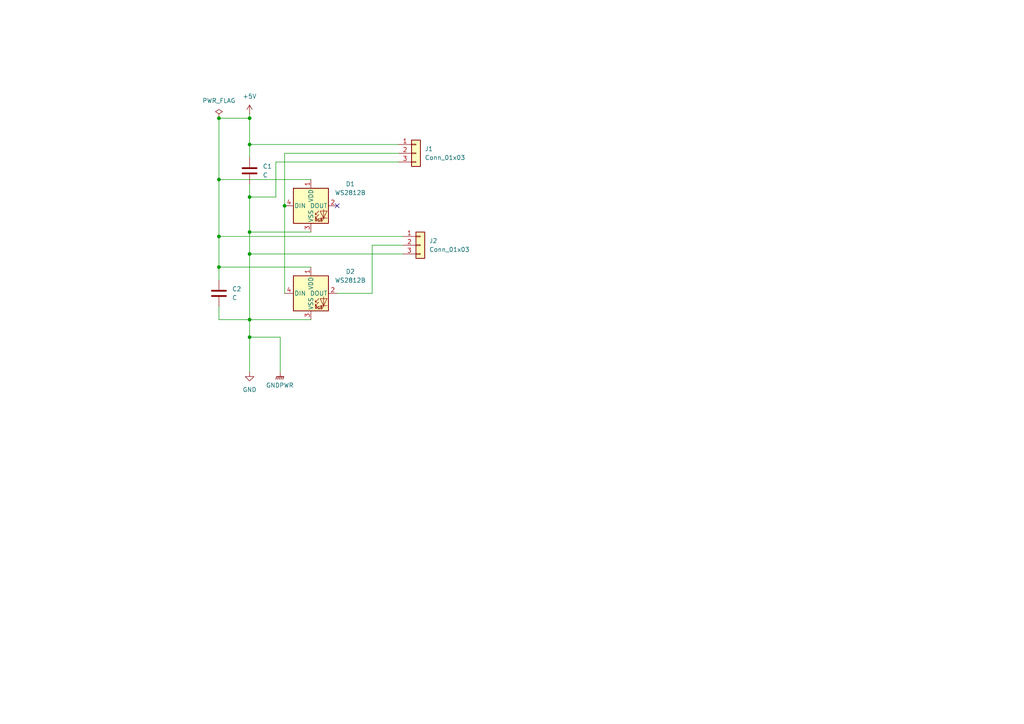
<source format=kicad_sch>
(kicad_sch
	(version 20231120)
	(generator "eeschema")
	(generator_version "8.0")
	(uuid "ac93412c-9c9b-426a-9396-1f4a7a2e4f4d")
	(paper "A4")
	(lib_symbols
		(symbol "Connector_Generic:Conn_01x03"
			(pin_names
				(offset 1.016) hide)
			(exclude_from_sim no)
			(in_bom yes)
			(on_board yes)
			(property "Reference" "J"
				(at 0 5.08 0)
				(effects
					(font
						(size 1.27 1.27)
					)
				)
			)
			(property "Value" "Conn_01x03"
				(at 0 -5.08 0)
				(effects
					(font
						(size 1.27 1.27)
					)
				)
			)
			(property "Footprint" ""
				(at 0 0 0)
				(effects
					(font
						(size 1.27 1.27)
					)
					(hide yes)
				)
			)
			(property "Datasheet" "~"
				(at 0 0 0)
				(effects
					(font
						(size 1.27 1.27)
					)
					(hide yes)
				)
			)
			(property "Description" "Generic connector, single row, 01x03, script generated (kicad-library-utils/schlib/autogen/connector/)"
				(at 0 0 0)
				(effects
					(font
						(size 1.27 1.27)
					)
					(hide yes)
				)
			)
			(property "ki_keywords" "connector"
				(at 0 0 0)
				(effects
					(font
						(size 1.27 1.27)
					)
					(hide yes)
				)
			)
			(property "ki_fp_filters" "Connector*:*_1x??_*"
				(at 0 0 0)
				(effects
					(font
						(size 1.27 1.27)
					)
					(hide yes)
				)
			)
			(symbol "Conn_01x03_1_1"
				(rectangle
					(start -1.27 -2.413)
					(end 0 -2.667)
					(stroke
						(width 0.1524)
						(type default)
					)
					(fill
						(type none)
					)
				)
				(rectangle
					(start -1.27 0.127)
					(end 0 -0.127)
					(stroke
						(width 0.1524)
						(type default)
					)
					(fill
						(type none)
					)
				)
				(rectangle
					(start -1.27 2.667)
					(end 0 2.413)
					(stroke
						(width 0.1524)
						(type default)
					)
					(fill
						(type none)
					)
				)
				(rectangle
					(start -1.27 3.81)
					(end 1.27 -3.81)
					(stroke
						(width 0.254)
						(type default)
					)
					(fill
						(type background)
					)
				)
				(pin passive line
					(at -5.08 2.54 0)
					(length 3.81)
					(name "Pin_1"
						(effects
							(font
								(size 1.27 1.27)
							)
						)
					)
					(number "1"
						(effects
							(font
								(size 1.27 1.27)
							)
						)
					)
				)
				(pin passive line
					(at -5.08 0 0)
					(length 3.81)
					(name "Pin_2"
						(effects
							(font
								(size 1.27 1.27)
							)
						)
					)
					(number "2"
						(effects
							(font
								(size 1.27 1.27)
							)
						)
					)
				)
				(pin passive line
					(at -5.08 -2.54 0)
					(length 3.81)
					(name "Pin_3"
						(effects
							(font
								(size 1.27 1.27)
							)
						)
					)
					(number "3"
						(effects
							(font
								(size 1.27 1.27)
							)
						)
					)
				)
			)
		)
		(symbol "Device:C"
			(pin_numbers hide)
			(pin_names
				(offset 0.254)
			)
			(exclude_from_sim no)
			(in_bom yes)
			(on_board yes)
			(property "Reference" "C"
				(at 0.635 2.54 0)
				(effects
					(font
						(size 1.27 1.27)
					)
					(justify left)
				)
			)
			(property "Value" "C"
				(at 0.635 -2.54 0)
				(effects
					(font
						(size 1.27 1.27)
					)
					(justify left)
				)
			)
			(property "Footprint" ""
				(at 0.9652 -3.81 0)
				(effects
					(font
						(size 1.27 1.27)
					)
					(hide yes)
				)
			)
			(property "Datasheet" "~"
				(at 0 0 0)
				(effects
					(font
						(size 1.27 1.27)
					)
					(hide yes)
				)
			)
			(property "Description" "Unpolarized capacitor"
				(at 0 0 0)
				(effects
					(font
						(size 1.27 1.27)
					)
					(hide yes)
				)
			)
			(property "ki_keywords" "cap capacitor"
				(at 0 0 0)
				(effects
					(font
						(size 1.27 1.27)
					)
					(hide yes)
				)
			)
			(property "ki_fp_filters" "C_*"
				(at 0 0 0)
				(effects
					(font
						(size 1.27 1.27)
					)
					(hide yes)
				)
			)
			(symbol "C_0_1"
				(polyline
					(pts
						(xy -2.032 -0.762) (xy 2.032 -0.762)
					)
					(stroke
						(width 0.508)
						(type default)
					)
					(fill
						(type none)
					)
				)
				(polyline
					(pts
						(xy -2.032 0.762) (xy 2.032 0.762)
					)
					(stroke
						(width 0.508)
						(type default)
					)
					(fill
						(type none)
					)
				)
			)
			(symbol "C_1_1"
				(pin passive line
					(at 0 3.81 270)
					(length 2.794)
					(name "~"
						(effects
							(font
								(size 1.27 1.27)
							)
						)
					)
					(number "1"
						(effects
							(font
								(size 1.27 1.27)
							)
						)
					)
				)
				(pin passive line
					(at 0 -3.81 90)
					(length 2.794)
					(name "~"
						(effects
							(font
								(size 1.27 1.27)
							)
						)
					)
					(number "2"
						(effects
							(font
								(size 1.27 1.27)
							)
						)
					)
				)
			)
		)
		(symbol "LED:WS2812B"
			(pin_names
				(offset 0.254)
			)
			(exclude_from_sim no)
			(in_bom yes)
			(on_board yes)
			(property "Reference" "D"
				(at 5.08 5.715 0)
				(effects
					(font
						(size 1.27 1.27)
					)
					(justify right bottom)
				)
			)
			(property "Value" "WS2812B"
				(at 1.27 -5.715 0)
				(effects
					(font
						(size 1.27 1.27)
					)
					(justify left top)
				)
			)
			(property "Footprint" "LED_SMD:LED_WS2812B_PLCC4_5.0x5.0mm_P3.2mm"
				(at 1.27 -7.62 0)
				(effects
					(font
						(size 1.27 1.27)
					)
					(justify left top)
					(hide yes)
				)
			)
			(property "Datasheet" "https://cdn-shop.adafruit.com/datasheets/WS2812B.pdf"
				(at 2.54 -9.525 0)
				(effects
					(font
						(size 1.27 1.27)
					)
					(justify left top)
					(hide yes)
				)
			)
			(property "Description" "RGB LED with integrated controller"
				(at 0 0 0)
				(effects
					(font
						(size 1.27 1.27)
					)
					(hide yes)
				)
			)
			(property "ki_keywords" "RGB LED NeoPixel addressable"
				(at 0 0 0)
				(effects
					(font
						(size 1.27 1.27)
					)
					(hide yes)
				)
			)
			(property "ki_fp_filters" "LED*WS2812*PLCC*5.0x5.0mm*P3.2mm*"
				(at 0 0 0)
				(effects
					(font
						(size 1.27 1.27)
					)
					(hide yes)
				)
			)
			(symbol "WS2812B_0_0"
				(text "RGB"
					(at 2.286 -4.191 0)
					(effects
						(font
							(size 0.762 0.762)
						)
					)
				)
			)
			(symbol "WS2812B_0_1"
				(polyline
					(pts
						(xy 1.27 -3.556) (xy 1.778 -3.556)
					)
					(stroke
						(width 0)
						(type default)
					)
					(fill
						(type none)
					)
				)
				(polyline
					(pts
						(xy 1.27 -2.54) (xy 1.778 -2.54)
					)
					(stroke
						(width 0)
						(type default)
					)
					(fill
						(type none)
					)
				)
				(polyline
					(pts
						(xy 4.699 -3.556) (xy 2.667 -3.556)
					)
					(stroke
						(width 0)
						(type default)
					)
					(fill
						(type none)
					)
				)
				(polyline
					(pts
						(xy 2.286 -2.54) (xy 1.27 -3.556) (xy 1.27 -3.048)
					)
					(stroke
						(width 0)
						(type default)
					)
					(fill
						(type none)
					)
				)
				(polyline
					(pts
						(xy 2.286 -1.524) (xy 1.27 -2.54) (xy 1.27 -2.032)
					)
					(stroke
						(width 0)
						(type default)
					)
					(fill
						(type none)
					)
				)
				(polyline
					(pts
						(xy 3.683 -1.016) (xy 3.683 -3.556) (xy 3.683 -4.064)
					)
					(stroke
						(width 0)
						(type default)
					)
					(fill
						(type none)
					)
				)
				(polyline
					(pts
						(xy 4.699 -1.524) (xy 2.667 -1.524) (xy 3.683 -3.556) (xy 4.699 -1.524)
					)
					(stroke
						(width 0)
						(type default)
					)
					(fill
						(type none)
					)
				)
				(rectangle
					(start 5.08 5.08)
					(end -5.08 -5.08)
					(stroke
						(width 0.254)
						(type default)
					)
					(fill
						(type background)
					)
				)
			)
			(symbol "WS2812B_1_1"
				(pin power_in line
					(at 0 7.62 270)
					(length 2.54)
					(name "VDD"
						(effects
							(font
								(size 1.27 1.27)
							)
						)
					)
					(number "1"
						(effects
							(font
								(size 1.27 1.27)
							)
						)
					)
				)
				(pin output line
					(at 7.62 0 180)
					(length 2.54)
					(name "DOUT"
						(effects
							(font
								(size 1.27 1.27)
							)
						)
					)
					(number "2"
						(effects
							(font
								(size 1.27 1.27)
							)
						)
					)
				)
				(pin power_in line
					(at 0 -7.62 90)
					(length 2.54)
					(name "VSS"
						(effects
							(font
								(size 1.27 1.27)
							)
						)
					)
					(number "3"
						(effects
							(font
								(size 1.27 1.27)
							)
						)
					)
				)
				(pin input line
					(at -7.62 0 0)
					(length 2.54)
					(name "DIN"
						(effects
							(font
								(size 1.27 1.27)
							)
						)
					)
					(number "4"
						(effects
							(font
								(size 1.27 1.27)
							)
						)
					)
				)
			)
		)
		(symbol "power:+5V"
			(power)
			(pin_numbers hide)
			(pin_names
				(offset 0) hide)
			(exclude_from_sim no)
			(in_bom yes)
			(on_board yes)
			(property "Reference" "#PWR"
				(at 0 -3.81 0)
				(effects
					(font
						(size 1.27 1.27)
					)
					(hide yes)
				)
			)
			(property "Value" "+5V"
				(at 0 3.556 0)
				(effects
					(font
						(size 1.27 1.27)
					)
				)
			)
			(property "Footprint" ""
				(at 0 0 0)
				(effects
					(font
						(size 1.27 1.27)
					)
					(hide yes)
				)
			)
			(property "Datasheet" ""
				(at 0 0 0)
				(effects
					(font
						(size 1.27 1.27)
					)
					(hide yes)
				)
			)
			(property "Description" "Power symbol creates a global label with name \"+5V\""
				(at 0 0 0)
				(effects
					(font
						(size 1.27 1.27)
					)
					(hide yes)
				)
			)
			(property "ki_keywords" "global power"
				(at 0 0 0)
				(effects
					(font
						(size 1.27 1.27)
					)
					(hide yes)
				)
			)
			(symbol "+5V_0_1"
				(polyline
					(pts
						(xy -0.762 1.27) (xy 0 2.54)
					)
					(stroke
						(width 0)
						(type default)
					)
					(fill
						(type none)
					)
				)
				(polyline
					(pts
						(xy 0 0) (xy 0 2.54)
					)
					(stroke
						(width 0)
						(type default)
					)
					(fill
						(type none)
					)
				)
				(polyline
					(pts
						(xy 0 2.54) (xy 0.762 1.27)
					)
					(stroke
						(width 0)
						(type default)
					)
					(fill
						(type none)
					)
				)
			)
			(symbol "+5V_1_1"
				(pin power_in line
					(at 0 0 90)
					(length 0)
					(name "~"
						(effects
							(font
								(size 1.27 1.27)
							)
						)
					)
					(number "1"
						(effects
							(font
								(size 1.27 1.27)
							)
						)
					)
				)
			)
		)
		(symbol "power:GND"
			(power)
			(pin_numbers hide)
			(pin_names
				(offset 0) hide)
			(exclude_from_sim no)
			(in_bom yes)
			(on_board yes)
			(property "Reference" "#PWR"
				(at 0 -6.35 0)
				(effects
					(font
						(size 1.27 1.27)
					)
					(hide yes)
				)
			)
			(property "Value" "GND"
				(at 0 -3.81 0)
				(effects
					(font
						(size 1.27 1.27)
					)
				)
			)
			(property "Footprint" ""
				(at 0 0 0)
				(effects
					(font
						(size 1.27 1.27)
					)
					(hide yes)
				)
			)
			(property "Datasheet" ""
				(at 0 0 0)
				(effects
					(font
						(size 1.27 1.27)
					)
					(hide yes)
				)
			)
			(property "Description" "Power symbol creates a global label with name \"GND\" , ground"
				(at 0 0 0)
				(effects
					(font
						(size 1.27 1.27)
					)
					(hide yes)
				)
			)
			(property "ki_keywords" "global power"
				(at 0 0 0)
				(effects
					(font
						(size 1.27 1.27)
					)
					(hide yes)
				)
			)
			(symbol "GND_0_1"
				(polyline
					(pts
						(xy 0 0) (xy 0 -1.27) (xy 1.27 -1.27) (xy 0 -2.54) (xy -1.27 -1.27) (xy 0 -1.27)
					)
					(stroke
						(width 0)
						(type default)
					)
					(fill
						(type none)
					)
				)
			)
			(symbol "GND_1_1"
				(pin power_in line
					(at 0 0 270)
					(length 0)
					(name "~"
						(effects
							(font
								(size 1.27 1.27)
							)
						)
					)
					(number "1"
						(effects
							(font
								(size 1.27 1.27)
							)
						)
					)
				)
			)
		)
		(symbol "power:GNDPWR"
			(power)
			(pin_numbers hide)
			(pin_names
				(offset 0) hide)
			(exclude_from_sim no)
			(in_bom yes)
			(on_board yes)
			(property "Reference" "#PWR"
				(at 0 -5.08 0)
				(effects
					(font
						(size 1.27 1.27)
					)
					(hide yes)
				)
			)
			(property "Value" "GNDPWR"
				(at 0 -3.302 0)
				(effects
					(font
						(size 1.27 1.27)
					)
				)
			)
			(property "Footprint" ""
				(at 0 -1.27 0)
				(effects
					(font
						(size 1.27 1.27)
					)
					(hide yes)
				)
			)
			(property "Datasheet" ""
				(at 0 -1.27 0)
				(effects
					(font
						(size 1.27 1.27)
					)
					(hide yes)
				)
			)
			(property "Description" "Power symbol creates a global label with name \"GNDPWR\" , global ground"
				(at 0 0 0)
				(effects
					(font
						(size 1.27 1.27)
					)
					(hide yes)
				)
			)
			(property "ki_keywords" "global ground"
				(at 0 0 0)
				(effects
					(font
						(size 1.27 1.27)
					)
					(hide yes)
				)
			)
			(symbol "GNDPWR_0_1"
				(polyline
					(pts
						(xy 0 -1.27) (xy 0 0)
					)
					(stroke
						(width 0)
						(type default)
					)
					(fill
						(type none)
					)
				)
				(polyline
					(pts
						(xy -1.016 -1.27) (xy -1.27 -2.032) (xy -1.27 -2.032)
					)
					(stroke
						(width 0.2032)
						(type default)
					)
					(fill
						(type none)
					)
				)
				(polyline
					(pts
						(xy -0.508 -1.27) (xy -0.762 -2.032) (xy -0.762 -2.032)
					)
					(stroke
						(width 0.2032)
						(type default)
					)
					(fill
						(type none)
					)
				)
				(polyline
					(pts
						(xy 0 -1.27) (xy -0.254 -2.032) (xy -0.254 -2.032)
					)
					(stroke
						(width 0.2032)
						(type default)
					)
					(fill
						(type none)
					)
				)
				(polyline
					(pts
						(xy 0.508 -1.27) (xy 0.254 -2.032) (xy 0.254 -2.032)
					)
					(stroke
						(width 0.2032)
						(type default)
					)
					(fill
						(type none)
					)
				)
				(polyline
					(pts
						(xy 1.016 -1.27) (xy -1.016 -1.27) (xy -1.016 -1.27)
					)
					(stroke
						(width 0.2032)
						(type default)
					)
					(fill
						(type none)
					)
				)
				(polyline
					(pts
						(xy 1.016 -1.27) (xy 0.762 -2.032) (xy 0.762 -2.032) (xy 0.762 -2.032)
					)
					(stroke
						(width 0.2032)
						(type default)
					)
					(fill
						(type none)
					)
				)
			)
			(symbol "GNDPWR_1_1"
				(pin power_in line
					(at 0 0 270)
					(length 0)
					(name "~"
						(effects
							(font
								(size 1.27 1.27)
							)
						)
					)
					(number "1"
						(effects
							(font
								(size 1.27 1.27)
							)
						)
					)
				)
			)
		)
		(symbol "power:PWR_FLAG"
			(power)
			(pin_numbers hide)
			(pin_names
				(offset 0) hide)
			(exclude_from_sim no)
			(in_bom yes)
			(on_board yes)
			(property "Reference" "#FLG"
				(at 0 1.905 0)
				(effects
					(font
						(size 1.27 1.27)
					)
					(hide yes)
				)
			)
			(property "Value" "PWR_FLAG"
				(at 0 3.81 0)
				(effects
					(font
						(size 1.27 1.27)
					)
				)
			)
			(property "Footprint" ""
				(at 0 0 0)
				(effects
					(font
						(size 1.27 1.27)
					)
					(hide yes)
				)
			)
			(property "Datasheet" "~"
				(at 0 0 0)
				(effects
					(font
						(size 1.27 1.27)
					)
					(hide yes)
				)
			)
			(property "Description" "Special symbol for telling ERC where power comes from"
				(at 0 0 0)
				(effects
					(font
						(size 1.27 1.27)
					)
					(hide yes)
				)
			)
			(property "ki_keywords" "flag power"
				(at 0 0 0)
				(effects
					(font
						(size 1.27 1.27)
					)
					(hide yes)
				)
			)
			(symbol "PWR_FLAG_0_0"
				(pin power_out line
					(at 0 0 90)
					(length 0)
					(name "~"
						(effects
							(font
								(size 1.27 1.27)
							)
						)
					)
					(number "1"
						(effects
							(font
								(size 1.27 1.27)
							)
						)
					)
				)
			)
			(symbol "PWR_FLAG_0_1"
				(polyline
					(pts
						(xy 0 0) (xy 0 1.27) (xy -1.016 1.905) (xy 0 2.54) (xy 1.016 1.905) (xy 0 1.27)
					)
					(stroke
						(width 0)
						(type default)
					)
					(fill
						(type none)
					)
				)
			)
		)
	)
	(junction
		(at 72.39 73.66)
		(diameter 0)
		(color 0 0 0 0)
		(uuid "064cde40-d4b4-41bb-b4e7-39f185c69f6a")
	)
	(junction
		(at 72.39 92.71)
		(diameter 0)
		(color 0 0 0 0)
		(uuid "18133c7d-c2a5-4f6b-b981-a42b5dcdf15c")
	)
	(junction
		(at 72.39 97.79)
		(diameter 0)
		(color 0 0 0 0)
		(uuid "38bfd8f4-d375-4bf9-ac4d-c67beb3838f0")
	)
	(junction
		(at 72.39 41.91)
		(diameter 0)
		(color 0 0 0 0)
		(uuid "44f3e894-1fdd-4ce8-9977-d75aa1728e71")
	)
	(junction
		(at 63.5 52.07)
		(diameter 0)
		(color 0 0 0 0)
		(uuid "45197540-c136-46f1-bc09-de25573550a7")
	)
	(junction
		(at 72.39 34.29)
		(diameter 0)
		(color 0 0 0 0)
		(uuid "6a21cc31-1035-4b96-865b-acefb01e98b3")
	)
	(junction
		(at 63.5 34.29)
		(diameter 0)
		(color 0 0 0 0)
		(uuid "770bf561-b997-4f23-a880-f8eb20824b8f")
	)
	(junction
		(at 72.39 67.31)
		(diameter 0)
		(color 0 0 0 0)
		(uuid "a0357b10-f313-483a-803b-50735f47a07b")
	)
	(junction
		(at 82.55 59.69)
		(diameter 0)
		(color 0 0 0 0)
		(uuid "a48542a9-b7bc-4a26-afd9-ab9257e15ccc")
	)
	(junction
		(at 63.5 77.47)
		(diameter 0)
		(color 0 0 0 0)
		(uuid "b4fa0303-f969-4d31-8156-ce1bed8d07a4")
	)
	(junction
		(at 72.39 57.15)
		(diameter 0)
		(color 0 0 0 0)
		(uuid "be2b1a96-bcee-4835-bbcf-886057da08b1")
	)
	(junction
		(at 63.5 68.58)
		(diameter 0)
		(color 0 0 0 0)
		(uuid "eebefd1f-c476-486c-b88a-ec38290c8751")
	)
	(no_connect
		(at 97.79 59.69)
		(uuid "55d1f2f6-156e-4fef-815d-24af7992b4ca")
	)
	(wire
		(pts
			(xy 81.28 107.95) (xy 81.28 97.79)
		)
		(stroke
			(width 0)
			(type default)
		)
		(uuid "05649a7b-d2e5-40db-a23c-40ada24fdc18")
	)
	(wire
		(pts
			(xy 63.5 68.58) (xy 63.5 77.47)
		)
		(stroke
			(width 0)
			(type default)
		)
		(uuid "08676708-fca6-4ee3-95ee-ecf445ea3afd")
	)
	(wire
		(pts
			(xy 63.5 34.29) (xy 63.5 52.07)
		)
		(stroke
			(width 0)
			(type default)
		)
		(uuid "0f8f364f-6683-407b-9e43-b87658808d5c")
	)
	(wire
		(pts
			(xy 80.01 46.99) (xy 80.01 57.15)
		)
		(stroke
			(width 0)
			(type default)
		)
		(uuid "1080c8de-b016-4157-ad8a-fa2acc1243a5")
	)
	(wire
		(pts
			(xy 82.55 44.45) (xy 82.55 59.69)
		)
		(stroke
			(width 0)
			(type default)
		)
		(uuid "219bbad3-b7f7-4e88-a41d-daa5526bf6b4")
	)
	(wire
		(pts
			(xy 63.5 52.07) (xy 63.5 68.58)
		)
		(stroke
			(width 0)
			(type default)
		)
		(uuid "2852efe0-157b-4dc3-8963-589a90d7fdc0")
	)
	(wire
		(pts
			(xy 107.95 71.12) (xy 116.84 71.12)
		)
		(stroke
			(width 0)
			(type default)
		)
		(uuid "2adb6c1b-5593-43b9-a215-0b1129bfcc03")
	)
	(wire
		(pts
			(xy 72.39 73.66) (xy 116.84 73.66)
		)
		(stroke
			(width 0)
			(type default)
		)
		(uuid "373de28b-2c2a-472d-9c16-eaac69658e04")
	)
	(wire
		(pts
			(xy 72.39 41.91) (xy 72.39 45.72)
		)
		(stroke
			(width 0)
			(type default)
		)
		(uuid "566ea87f-dbcc-4e31-ab43-87710d6eef41")
	)
	(wire
		(pts
			(xy 72.39 97.79) (xy 72.39 107.95)
		)
		(stroke
			(width 0)
			(type default)
		)
		(uuid "578ceb59-c0b1-4f63-bb9b-5765f41367e3")
	)
	(wire
		(pts
			(xy 72.39 67.31) (xy 90.17 67.31)
		)
		(stroke
			(width 0)
			(type default)
		)
		(uuid "58260924-5abd-4427-ab6a-5dd3c514aca2")
	)
	(wire
		(pts
			(xy 63.5 77.47) (xy 90.17 77.47)
		)
		(stroke
			(width 0)
			(type default)
		)
		(uuid "59683693-c3d6-4dee-9612-0efd3de9c3bd")
	)
	(wire
		(pts
			(xy 72.39 73.66) (xy 72.39 92.71)
		)
		(stroke
			(width 0)
			(type default)
		)
		(uuid "6b5fd605-d40d-4e91-b182-bbc72c91d700")
	)
	(wire
		(pts
			(xy 72.39 57.15) (xy 72.39 67.31)
		)
		(stroke
			(width 0)
			(type default)
		)
		(uuid "7182f74b-ee43-40ef-a09c-693e07b1a7c2")
	)
	(wire
		(pts
			(xy 72.39 41.91) (xy 115.57 41.91)
		)
		(stroke
			(width 0)
			(type default)
		)
		(uuid "728d0fb2-fd9d-422b-b6b2-b83fe16b07d8")
	)
	(wire
		(pts
			(xy 72.39 33.02) (xy 72.39 34.29)
		)
		(stroke
			(width 0)
			(type default)
		)
		(uuid "72924bb9-6d8f-4bb0-a0e7-4caba5c1f09a")
	)
	(wire
		(pts
			(xy 115.57 44.45) (xy 82.55 44.45)
		)
		(stroke
			(width 0)
			(type default)
		)
		(uuid "73caff02-2447-44c9-abba-86ae36d47ac8")
	)
	(wire
		(pts
			(xy 63.5 34.29) (xy 72.39 34.29)
		)
		(stroke
			(width 0)
			(type default)
		)
		(uuid "7c43e199-9f5f-47ad-bc3c-01fefea3ffa7")
	)
	(wire
		(pts
			(xy 63.5 88.9) (xy 63.5 92.71)
		)
		(stroke
			(width 0)
			(type default)
		)
		(uuid "82dc36ff-797d-4992-a577-cb18f2acddce")
	)
	(wire
		(pts
			(xy 72.39 92.71) (xy 72.39 97.79)
		)
		(stroke
			(width 0)
			(type default)
		)
		(uuid "89e7ef9d-b0a4-4962-bfa8-9ba843182cb8")
	)
	(wire
		(pts
			(xy 80.01 57.15) (xy 72.39 57.15)
		)
		(stroke
			(width 0)
			(type default)
		)
		(uuid "9e15c830-107f-4806-a1c7-f84658120c32")
	)
	(wire
		(pts
			(xy 115.57 46.99) (xy 80.01 46.99)
		)
		(stroke
			(width 0)
			(type default)
		)
		(uuid "a2ea3850-c7d4-40ae-86e2-b5d43fc4780c")
	)
	(wire
		(pts
			(xy 81.28 97.79) (xy 72.39 97.79)
		)
		(stroke
			(width 0)
			(type default)
		)
		(uuid "abcd8d94-7cad-42ed-ae91-4e7654878bf4")
	)
	(wire
		(pts
			(xy 72.39 34.29) (xy 72.39 41.91)
		)
		(stroke
			(width 0)
			(type default)
		)
		(uuid "adef9908-c1c4-4d8b-be85-cdb7ee2e7469")
	)
	(wire
		(pts
			(xy 82.55 59.69) (xy 82.55 85.09)
		)
		(stroke
			(width 0)
			(type default)
		)
		(uuid "aeaaa822-08e2-49ff-bac7-516fcdaab5ad")
	)
	(wire
		(pts
			(xy 72.39 92.71) (xy 90.17 92.71)
		)
		(stroke
			(width 0)
			(type default)
		)
		(uuid "c5996ffa-968e-4840-9027-b5aa23bb5403")
	)
	(wire
		(pts
			(xy 63.5 77.47) (xy 63.5 81.28)
		)
		(stroke
			(width 0)
			(type default)
		)
		(uuid "cd42ed2d-d51c-47ad-a744-d0c82daa34a0")
	)
	(wire
		(pts
			(xy 107.95 85.09) (xy 107.95 71.12)
		)
		(stroke
			(width 0)
			(type default)
		)
		(uuid "ce525fca-38be-435e-86f2-cc5573dc0b8f")
	)
	(wire
		(pts
			(xy 72.39 53.34) (xy 72.39 57.15)
		)
		(stroke
			(width 0)
			(type default)
		)
		(uuid "d545f81b-3178-4a60-9988-c0efd8fc8307")
	)
	(wire
		(pts
			(xy 63.5 92.71) (xy 72.39 92.71)
		)
		(stroke
			(width 0)
			(type default)
		)
		(uuid "f07087dc-6114-411c-a082-fde5c400a0d4")
	)
	(wire
		(pts
			(xy 63.5 52.07) (xy 90.17 52.07)
		)
		(stroke
			(width 0)
			(type default)
		)
		(uuid "f45240ee-f2f9-442b-8797-145aaff074ea")
	)
	(wire
		(pts
			(xy 72.39 67.31) (xy 72.39 73.66)
		)
		(stroke
			(width 0)
			(type default)
		)
		(uuid "fa27f2d0-9219-413f-9acb-bbd0e490145b")
	)
	(wire
		(pts
			(xy 97.79 85.09) (xy 107.95 85.09)
		)
		(stroke
			(width 0)
			(type default)
		)
		(uuid "fcc5d683-9a3f-4cd5-ba85-8e62218cfa1a")
	)
	(wire
		(pts
			(xy 63.5 68.58) (xy 116.84 68.58)
		)
		(stroke
			(width 0)
			(type default)
		)
		(uuid "fea535a1-15b1-4ae2-8d74-a6cce873acf1")
	)
	(symbol
		(lib_id "power:GND")
		(at 72.39 107.95 0)
		(unit 1)
		(exclude_from_sim no)
		(in_bom yes)
		(on_board yes)
		(dnp no)
		(fields_autoplaced yes)
		(uuid "53fd15fc-5652-451e-af8e-ccdf810e889f")
		(property "Reference" "#PWR02"
			(at 72.39 114.3 0)
			(effects
				(font
					(size 1.27 1.27)
				)
				(hide yes)
			)
		)
		(property "Value" "GND"
			(at 72.39 113.03 0)
			(effects
				(font
					(size 1.27 1.27)
				)
			)
		)
		(property "Footprint" ""
			(at 72.39 107.95 0)
			(effects
				(font
					(size 1.27 1.27)
				)
				(hide yes)
			)
		)
		(property "Datasheet" ""
			(at 72.39 107.95 0)
			(effects
				(font
					(size 1.27 1.27)
				)
				(hide yes)
			)
		)
		(property "Description" "Power symbol creates a global label with name \"GND\" , ground"
			(at 72.39 107.95 0)
			(effects
				(font
					(size 1.27 1.27)
				)
				(hide yes)
			)
		)
		(pin "1"
			(uuid "50e900ca-1a09-4419-a18c-578c118b7c3c")
		)
		(instances
			(project ""
				(path "/ac93412c-9c9b-426a-9396-1f4a7a2e4f4d"
					(reference "#PWR02")
					(unit 1)
				)
			)
		)
	)
	(symbol
		(lib_id "LED:WS2812B")
		(at 90.17 85.09 0)
		(unit 1)
		(exclude_from_sim no)
		(in_bom yes)
		(on_board yes)
		(dnp no)
		(fields_autoplaced yes)
		(uuid "5feed417-31c8-4dda-8fa8-a2890b0dbeec")
		(property "Reference" "D2"
			(at 101.6 78.7714 0)
			(effects
				(font
					(size 1.27 1.27)
				)
			)
		)
		(property "Value" "WS2812B"
			(at 101.6 81.3114 0)
			(effects
				(font
					(size 1.27 1.27)
				)
			)
		)
		(property "Footprint" "LED_SMD:LED_WS2812B_PLCC4_5.0x5.0mm_P3.2mm"
			(at 91.44 92.71 0)
			(effects
				(font
					(size 1.27 1.27)
				)
				(justify left top)
				(hide yes)
			)
		)
		(property "Datasheet" "https://cdn-shop.adafruit.com/datasheets/WS2812B.pdf"
			(at 92.71 94.615 0)
			(effects
				(font
					(size 1.27 1.27)
				)
				(justify left top)
				(hide yes)
			)
		)
		(property "Description" "RGB LED with integrated controller"
			(at 90.17 85.09 0)
			(effects
				(font
					(size 1.27 1.27)
				)
				(hide yes)
			)
		)
		(pin "4"
			(uuid "01922c1e-4681-4970-92cd-dc32468f009d")
		)
		(pin "3"
			(uuid "929ab971-d201-47b5-b0f0-54c8bc906013")
		)
		(pin "1"
			(uuid "6ab5f890-f2f5-4a5b-989c-d25d1606b476")
		)
		(pin "2"
			(uuid "c880ba2b-cb2f-4552-b6d0-74a95cc8e54d")
		)
		(instances
			(project "Rabbit_mai_lcd"
				(path "/ac93412c-9c9b-426a-9396-1f4a7a2e4f4d"
					(reference "D2")
					(unit 1)
				)
			)
		)
	)
	(symbol
		(lib_id "power:GNDPWR")
		(at 81.28 107.95 0)
		(unit 1)
		(exclude_from_sim no)
		(in_bom yes)
		(on_board yes)
		(dnp no)
		(fields_autoplaced yes)
		(uuid "60d3e13e-810e-45ec-bdb6-bda93b11630f")
		(property "Reference" "#PWR03"
			(at 81.28 113.03 0)
			(effects
				(font
					(size 1.27 1.27)
				)
				(hide yes)
			)
		)
		(property "Value" "GNDPWR"
			(at 81.153 111.76 0)
			(effects
				(font
					(size 1.27 1.27)
				)
			)
		)
		(property "Footprint" ""
			(at 81.28 109.22 0)
			(effects
				(font
					(size 1.27 1.27)
				)
				(hide yes)
			)
		)
		(property "Datasheet" ""
			(at 81.28 109.22 0)
			(effects
				(font
					(size 1.27 1.27)
				)
				(hide yes)
			)
		)
		(property "Description" "Power symbol creates a global label with name \"GNDPWR\" , global ground"
			(at 81.28 107.95 0)
			(effects
				(font
					(size 1.27 1.27)
				)
				(hide yes)
			)
		)
		(pin "1"
			(uuid "1940a4f3-4d65-4a91-9a98-cd1bda09debc")
		)
		(instances
			(project ""
				(path "/ac93412c-9c9b-426a-9396-1f4a7a2e4f4d"
					(reference "#PWR03")
					(unit 1)
				)
			)
		)
	)
	(symbol
		(lib_id "Device:C")
		(at 72.39 49.53 0)
		(unit 1)
		(exclude_from_sim no)
		(in_bom yes)
		(on_board yes)
		(dnp no)
		(fields_autoplaced yes)
		(uuid "698817e8-6ca0-4f8d-9e7c-71ef065cfa39")
		(property "Reference" "C1"
			(at 76.2 48.2599 0)
			(effects
				(font
					(size 1.27 1.27)
				)
				(justify left)
			)
		)
		(property "Value" "C"
			(at 76.2 50.7999 0)
			(effects
				(font
					(size 1.27 1.27)
				)
				(justify left)
			)
		)
		(property "Footprint" "Capacitor_SMD:C_0603_1608Metric_Pad1.08x0.95mm_HandSolder"
			(at 73.3552 53.34 0)
			(effects
				(font
					(size 1.27 1.27)
				)
				(hide yes)
			)
		)
		(property "Datasheet" "~"
			(at 72.39 49.53 0)
			(effects
				(font
					(size 1.27 1.27)
				)
				(hide yes)
			)
		)
		(property "Description" "Unpolarized capacitor"
			(at 72.39 49.53 0)
			(effects
				(font
					(size 1.27 1.27)
				)
				(hide yes)
			)
		)
		(pin "1"
			(uuid "e626d934-27ec-4288-b894-9d585f46eddc")
		)
		(pin "2"
			(uuid "2b7c152a-ecf9-41ce-95cb-e065d1c3ab63")
		)
		(instances
			(project ""
				(path "/ac93412c-9c9b-426a-9396-1f4a7a2e4f4d"
					(reference "C1")
					(unit 1)
				)
			)
		)
	)
	(symbol
		(lib_id "LED:WS2812B")
		(at 90.17 59.69 0)
		(unit 1)
		(exclude_from_sim no)
		(in_bom yes)
		(on_board yes)
		(dnp no)
		(fields_autoplaced yes)
		(uuid "6be0f0c6-9d58-4377-bed2-e05b407b1279")
		(property "Reference" "D1"
			(at 101.6 53.3714 0)
			(effects
				(font
					(size 1.27 1.27)
				)
			)
		)
		(property "Value" "WS2812B"
			(at 101.6 55.9114 0)
			(effects
				(font
					(size 1.27 1.27)
				)
			)
		)
		(property "Footprint" "LED_SMD:LED_WS2812B_PLCC4_5.0x5.0mm_P3.2mm"
			(at 91.44 67.31 0)
			(effects
				(font
					(size 1.27 1.27)
				)
				(justify left top)
				(hide yes)
			)
		)
		(property "Datasheet" "https://cdn-shop.adafruit.com/datasheets/WS2812B.pdf"
			(at 92.71 69.215 0)
			(effects
				(font
					(size 1.27 1.27)
				)
				(justify left top)
				(hide yes)
			)
		)
		(property "Description" "RGB LED with integrated controller"
			(at 90.17 59.69 0)
			(effects
				(font
					(size 1.27 1.27)
				)
				(hide yes)
			)
		)
		(pin "4"
			(uuid "e1a907e8-807f-4d53-a663-7e94b0aeadc2")
		)
		(pin "3"
			(uuid "59b61da7-2521-4242-9559-55c031881afb")
		)
		(pin "1"
			(uuid "753d96e3-ca49-42bd-b4f4-0c4ec8038798")
		)
		(pin "2"
			(uuid "55e4e427-f0c4-4caa-bea0-f241a19ffd9f")
		)
		(instances
			(project ""
				(path "/ac93412c-9c9b-426a-9396-1f4a7a2e4f4d"
					(reference "D1")
					(unit 1)
				)
			)
		)
	)
	(symbol
		(lib_id "Connector_Generic:Conn_01x03")
		(at 120.65 44.45 0)
		(unit 1)
		(exclude_from_sim no)
		(in_bom yes)
		(on_board yes)
		(dnp no)
		(fields_autoplaced yes)
		(uuid "7efe086b-2220-4efb-b51e-251152a99d49")
		(property "Reference" "J1"
			(at 123.19 43.1799 0)
			(effects
				(font
					(size 1.27 1.27)
				)
				(justify left)
			)
		)
		(property "Value" "Conn_01x03"
			(at 123.19 45.7199 0)
			(effects
				(font
					(size 1.27 1.27)
				)
				(justify left)
			)
		)
		(property "Footprint" "Connector_JST:JST_XH_S3B-XH-A_1x03_P2.50mm_Horizontal"
			(at 120.65 44.45 0)
			(effects
				(font
					(size 1.27 1.27)
				)
				(hide yes)
			)
		)
		(property "Datasheet" "~"
			(at 120.65 44.45 0)
			(effects
				(font
					(size 1.27 1.27)
				)
				(hide yes)
			)
		)
		(property "Description" "Generic connector, single row, 01x03, script generated (kicad-library-utils/schlib/autogen/connector/)"
			(at 120.65 44.45 0)
			(effects
				(font
					(size 1.27 1.27)
				)
				(hide yes)
			)
		)
		(pin "2"
			(uuid "78eae293-3167-4617-ae89-3d523dfc3aa9")
		)
		(pin "3"
			(uuid "7be15367-4255-4340-97c1-327c8705d298")
		)
		(pin "1"
			(uuid "e0908b21-f0f9-44db-a9fe-3944e5d5abdf")
		)
		(instances
			(project ""
				(path "/ac93412c-9c9b-426a-9396-1f4a7a2e4f4d"
					(reference "J1")
					(unit 1)
				)
			)
		)
	)
	(symbol
		(lib_id "power:+5V")
		(at 72.39 33.02 0)
		(unit 1)
		(exclude_from_sim no)
		(in_bom yes)
		(on_board yes)
		(dnp no)
		(uuid "8ddc0a23-8772-40ec-85ba-38965b3cbc4b")
		(property "Reference" "#PWR01"
			(at 72.39 36.83 0)
			(effects
				(font
					(size 1.27 1.27)
				)
				(hide yes)
			)
		)
		(property "Value" "+5V"
			(at 72.39 27.94 0)
			(effects
				(font
					(size 1.27 1.27)
				)
			)
		)
		(property "Footprint" ""
			(at 72.39 33.02 0)
			(effects
				(font
					(size 1.27 1.27)
				)
				(hide yes)
			)
		)
		(property "Datasheet" ""
			(at 72.39 33.02 0)
			(effects
				(font
					(size 1.27 1.27)
				)
				(hide yes)
			)
		)
		(property "Description" "Power symbol creates a global label with name \"+5V\""
			(at 72.39 33.02 0)
			(effects
				(font
					(size 1.27 1.27)
				)
				(hide yes)
			)
		)
		(pin "1"
			(uuid "fd50c731-2849-4c66-98d1-8bd3c3e3bc63")
		)
		(instances
			(project ""
				(path "/ac93412c-9c9b-426a-9396-1f4a7a2e4f4d"
					(reference "#PWR01")
					(unit 1)
				)
			)
		)
	)
	(symbol
		(lib_id "power:PWR_FLAG")
		(at 63.5 34.29 0)
		(unit 1)
		(exclude_from_sim no)
		(in_bom yes)
		(on_board yes)
		(dnp no)
		(fields_autoplaced yes)
		(uuid "b2e9823c-32f1-45e0-a595-9b00674a6206")
		(property "Reference" "#FLG01"
			(at 63.5 32.385 0)
			(effects
				(font
					(size 1.27 1.27)
				)
				(hide yes)
			)
		)
		(property "Value" "PWR_FLAG"
			(at 63.5 29.21 0)
			(effects
				(font
					(size 1.27 1.27)
				)
			)
		)
		(property "Footprint" ""
			(at 63.5 34.29 0)
			(effects
				(font
					(size 1.27 1.27)
				)
				(hide yes)
			)
		)
		(property "Datasheet" "~"
			(at 63.5 34.29 0)
			(effects
				(font
					(size 1.27 1.27)
				)
				(hide yes)
			)
		)
		(property "Description" "Special symbol for telling ERC where power comes from"
			(at 63.5 34.29 0)
			(effects
				(font
					(size 1.27 1.27)
				)
				(hide yes)
			)
		)
		(pin "1"
			(uuid "77e43d0a-df5e-49d1-99c8-d8c8786ae6c9")
		)
		(instances
			(project ""
				(path "/ac93412c-9c9b-426a-9396-1f4a7a2e4f4d"
					(reference "#FLG01")
					(unit 1)
				)
			)
		)
	)
	(symbol
		(lib_id "Connector_Generic:Conn_01x03")
		(at 121.92 71.12 0)
		(unit 1)
		(exclude_from_sim no)
		(in_bom yes)
		(on_board yes)
		(dnp no)
		(fields_autoplaced yes)
		(uuid "cba10a75-7f04-4d3c-9b7a-4ebf68f7133b")
		(property "Reference" "J2"
			(at 124.46 69.8499 0)
			(effects
				(font
					(size 1.27 1.27)
				)
				(justify left)
			)
		)
		(property "Value" "Conn_01x03"
			(at 124.46 72.3899 0)
			(effects
				(font
					(size 1.27 1.27)
				)
				(justify left)
			)
		)
		(property "Footprint" "Connector_JST:JST_XH_S3B-XH-A_1x03_P2.50mm_Horizontal"
			(at 121.92 71.12 0)
			(effects
				(font
					(size 1.27 1.27)
				)
				(hide yes)
			)
		)
		(property "Datasheet" "~"
			(at 121.92 71.12 0)
			(effects
				(font
					(size 1.27 1.27)
				)
				(hide yes)
			)
		)
		(property "Description" "Generic connector, single row, 01x03, script generated (kicad-library-utils/schlib/autogen/connector/)"
			(at 121.92 71.12 0)
			(effects
				(font
					(size 1.27 1.27)
				)
				(hide yes)
			)
		)
		(pin "2"
			(uuid "f7e10f37-ba87-4b22-a06a-1064c3cd7f0a")
		)
		(pin "3"
			(uuid "28c720dd-2b2c-4c6f-8fb8-4ea9c6c2eaba")
		)
		(pin "1"
			(uuid "11a4b257-17a7-4c6e-9fc8-3367a2501361")
		)
		(instances
			(project "Rabbit_mai_lcd"
				(path "/ac93412c-9c9b-426a-9396-1f4a7a2e4f4d"
					(reference "J2")
					(unit 1)
				)
			)
		)
	)
	(symbol
		(lib_id "Device:C")
		(at 63.5 85.09 0)
		(unit 1)
		(exclude_from_sim no)
		(in_bom yes)
		(on_board yes)
		(dnp no)
		(fields_autoplaced yes)
		(uuid "d6b91062-7f93-4da5-8df2-22c5e3070850")
		(property "Reference" "C2"
			(at 67.31 83.8199 0)
			(effects
				(font
					(size 1.27 1.27)
				)
				(justify left)
			)
		)
		(property "Value" "C"
			(at 67.31 86.3599 0)
			(effects
				(font
					(size 1.27 1.27)
				)
				(justify left)
			)
		)
		(property "Footprint" "Capacitor_SMD:C_0603_1608Metric_Pad1.08x0.95mm_HandSolder"
			(at 64.4652 88.9 0)
			(effects
				(font
					(size 1.27 1.27)
				)
				(hide yes)
			)
		)
		(property "Datasheet" "~"
			(at 63.5 85.09 0)
			(effects
				(font
					(size 1.27 1.27)
				)
				(hide yes)
			)
		)
		(property "Description" "Unpolarized capacitor"
			(at 63.5 85.09 0)
			(effects
				(font
					(size 1.27 1.27)
				)
				(hide yes)
			)
		)
		(pin "1"
			(uuid "67460eb3-b02d-4f61-a87d-15cb4ab15d1f")
		)
		(pin "2"
			(uuid "84463d47-a3df-414f-bec9-9801d27d0b7a")
		)
		(instances
			(project "Rabbit_mai_lcd"
				(path "/ac93412c-9c9b-426a-9396-1f4a7a2e4f4d"
					(reference "C2")
					(unit 1)
				)
			)
		)
	)
	(sheet_instances
		(path "/"
			(page "1")
		)
	)
)

</source>
